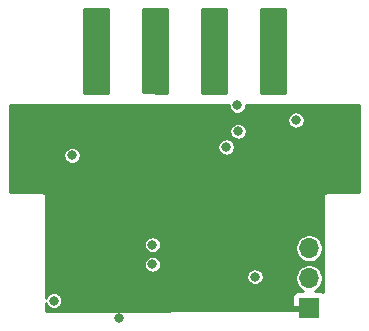
<source format=gbr>
%TF.GenerationSoftware,KiCad,Pcbnew,(5.1.12-1-10_14)*%
%TF.CreationDate,2022-02-21T12:57:33+08:00*%
%TF.ProjectId,esp32-c3_ddsu666,65737033-322d-4633-935f-646473753636,rev?*%
%TF.SameCoordinates,Original*%
%TF.FileFunction,Copper,L4,Bot*%
%TF.FilePolarity,Positive*%
%FSLAX46Y46*%
G04 Gerber Fmt 4.6, Leading zero omitted, Abs format (unit mm)*
G04 Created by KiCad (PCBNEW (5.1.12-1-10_14)) date 2022-02-21 12:57:33*
%MOMM*%
%LPD*%
G01*
G04 APERTURE LIST*
%TA.AperFunction,ComponentPad*%
%ADD10O,1.700000X1.700000*%
%TD*%
%TA.AperFunction,ComponentPad*%
%ADD11R,1.700000X1.700000*%
%TD*%
%TA.AperFunction,ComponentPad*%
%ADD12R,1.350000X1.350000*%
%TD*%
%TA.AperFunction,ViaPad*%
%ADD13C,0.800000*%
%TD*%
%TA.AperFunction,Conductor*%
%ADD14C,0.381000*%
%TD*%
%TA.AperFunction,Conductor*%
%ADD15C,0.254000*%
%TD*%
%TA.AperFunction,Conductor*%
%ADD16C,0.100000*%
%TD*%
G04 APERTURE END LIST*
D10*
%TO.P,J2,3*%
%TO.N,U0TXD*%
X125550000Y-62980000D03*
%TO.P,J2,2*%
%TO.N,U0RXD*%
X125550000Y-65520000D03*
D11*
%TO.P,J2,1*%
%TO.N,GND*%
X125550000Y-68060000D03*
%TD*%
D12*
%TO.P,J5,1*%
%TO.N,B*%
X122500000Y-49000000D03*
%TD*%
%TO.P,J4,1*%
%TO.N,A*%
X117500000Y-49000000D03*
%TD*%
%TO.P,J3,1*%
%TO.N,GND*%
X112500000Y-49000000D03*
%TD*%
%TO.P,J1,1*%
%TO.N,+5V*%
X107500000Y-49000000D03*
%TD*%
D13*
%TO.N,GND*%
X120890000Y-51150000D03*
X128720000Y-54310000D03*
X109460000Y-68920000D03*
X107700000Y-55000000D03*
X105420000Y-63920000D03*
X118340000Y-56060000D03*
%TO.N,+3V3*%
X118520000Y-54410000D03*
X120970000Y-65400000D03*
X105480000Y-55110000D03*
X103940000Y-67420000D03*
%TO.N,+5V*%
X124440000Y-52130000D03*
X119467831Y-50882169D03*
X119537169Y-53072831D03*
%TO.N,U0RXD*%
X112290000Y-62690000D03*
%TO.N,U0TXD*%
X112290000Y-64330000D03*
%TD*%
D14*
%TO.N,+5V*%
X107500000Y-49000000D02*
X107570000Y-49000000D01*
%TD*%
D15*
%TO.N,+5V*%
X108498000Y-49811282D02*
X106502000Y-49804717D01*
X106502000Y-42752000D01*
X108498001Y-42752000D01*
X108498000Y-49811282D01*
%TA.AperFunction,Conductor*%
D16*
G36*
X108498000Y-49811282D02*
G01*
X106502000Y-49804717D01*
X106502000Y-42752000D01*
X108498001Y-42752000D01*
X108498000Y-49811282D01*
G37*
%TD.AperFunction*%
%TD*%
D15*
%TO.N,GND*%
X113498000Y-49807805D02*
X111502000Y-49787575D01*
X111502000Y-42752000D01*
X113498001Y-42752000D01*
X113498000Y-49807805D01*
%TA.AperFunction,Conductor*%
D16*
G36*
X113498000Y-49807805D02*
G01*
X111502000Y-49787575D01*
X111502000Y-42752000D01*
X113498001Y-42752000D01*
X113498000Y-49807805D01*
G37*
%TD.AperFunction*%
%TD*%
D15*
%TO.N,B*%
X123498001Y-49861348D02*
X121502000Y-49854513D01*
X121502000Y-42752000D01*
X123498000Y-42752000D01*
X123498001Y-49861348D01*
%TA.AperFunction,Conductor*%
D16*
G36*
X123498001Y-49861348D02*
G01*
X121502000Y-49854513D01*
X121502000Y-42752000D01*
X123498000Y-42752000D01*
X123498001Y-49861348D01*
G37*
%TD.AperFunction*%
%TD*%
D15*
%TO.N,A*%
X118498001Y-49839526D02*
X116502000Y-49825994D01*
X116502000Y-42752000D01*
X118498000Y-42752000D01*
X118498001Y-49839526D01*
%TA.AperFunction,Conductor*%
D16*
G36*
X118498001Y-49839526D02*
G01*
X116502000Y-49825994D01*
X116502000Y-42752000D01*
X118498000Y-42752000D01*
X118498001Y-49839526D01*
G37*
%TD.AperFunction*%
%TD*%
D15*
%TO.N,GND*%
X129748001Y-58248000D02*
X127012375Y-58248000D01*
X127000000Y-58246781D01*
X126987624Y-58248000D01*
X126950599Y-58251647D01*
X126903097Y-58266056D01*
X126859319Y-58289456D01*
X126820947Y-58320947D01*
X126789456Y-58359319D01*
X126766056Y-58403097D01*
X126751647Y-58450599D01*
X126746781Y-58500000D01*
X126748000Y-58512375D01*
X126748001Y-66675992D01*
X126644180Y-66620498D01*
X126524482Y-66584188D01*
X126400000Y-66571928D01*
X126081890Y-66573660D01*
X126107519Y-66563044D01*
X126300294Y-66434236D01*
X126464236Y-66270294D01*
X126593044Y-66077519D01*
X126681769Y-65863318D01*
X126727000Y-65635924D01*
X126727000Y-65404076D01*
X126681769Y-65176682D01*
X126593044Y-64962481D01*
X126464236Y-64769706D01*
X126300294Y-64605764D01*
X126107519Y-64476956D01*
X125893318Y-64388231D01*
X125665924Y-64343000D01*
X125434076Y-64343000D01*
X125206682Y-64388231D01*
X124992481Y-64476956D01*
X124799706Y-64605764D01*
X124635764Y-64769706D01*
X124506956Y-64962481D01*
X124418231Y-65176682D01*
X124373000Y-65404076D01*
X124373000Y-65635924D01*
X124418231Y-65863318D01*
X124506956Y-66077519D01*
X124635764Y-66270294D01*
X124799706Y-66434236D01*
X124992481Y-66563044D01*
X125018110Y-66573660D01*
X124700000Y-66571928D01*
X124575518Y-66584188D01*
X124455820Y-66620498D01*
X124345506Y-66679463D01*
X124248815Y-66758815D01*
X124169463Y-66855506D01*
X124110498Y-66965820D01*
X124074188Y-67085518D01*
X124061928Y-67210000D01*
X124065000Y-67774250D01*
X124223750Y-67933000D01*
X125423000Y-67933000D01*
X125423000Y-67913000D01*
X125677000Y-67913000D01*
X125677000Y-67933000D01*
X125697000Y-67933000D01*
X125697000Y-68187000D01*
X125677000Y-68187000D01*
X125677000Y-68207000D01*
X125423000Y-68207000D01*
X125423000Y-68187000D01*
X124223750Y-68187000D01*
X124169862Y-68240888D01*
X103252000Y-68291354D01*
X103252000Y-67658764D01*
X103295741Y-67764364D01*
X103375302Y-67883436D01*
X103476564Y-67984698D01*
X103595636Y-68064259D01*
X103727942Y-68119062D01*
X103868397Y-68147000D01*
X104011603Y-68147000D01*
X104152058Y-68119062D01*
X104284364Y-68064259D01*
X104403436Y-67984698D01*
X104504698Y-67883436D01*
X104584259Y-67764364D01*
X104639062Y-67632058D01*
X104667000Y-67491603D01*
X104667000Y-67348397D01*
X104639062Y-67207942D01*
X104584259Y-67075636D01*
X104504698Y-66956564D01*
X104403436Y-66855302D01*
X104284364Y-66775741D01*
X104152058Y-66720938D01*
X104011603Y-66693000D01*
X103868397Y-66693000D01*
X103727942Y-66720938D01*
X103595636Y-66775741D01*
X103476564Y-66855302D01*
X103375302Y-66956564D01*
X103295741Y-67075636D01*
X103252000Y-67181236D01*
X103252000Y-65328397D01*
X120243000Y-65328397D01*
X120243000Y-65471603D01*
X120270938Y-65612058D01*
X120325741Y-65744364D01*
X120405302Y-65863436D01*
X120506564Y-65964698D01*
X120625636Y-66044259D01*
X120757942Y-66099062D01*
X120898397Y-66127000D01*
X121041603Y-66127000D01*
X121182058Y-66099062D01*
X121314364Y-66044259D01*
X121433436Y-65964698D01*
X121534698Y-65863436D01*
X121614259Y-65744364D01*
X121669062Y-65612058D01*
X121697000Y-65471603D01*
X121697000Y-65328397D01*
X121669062Y-65187942D01*
X121614259Y-65055636D01*
X121534698Y-64936564D01*
X121433436Y-64835302D01*
X121314364Y-64755741D01*
X121182058Y-64700938D01*
X121041603Y-64673000D01*
X120898397Y-64673000D01*
X120757942Y-64700938D01*
X120625636Y-64755741D01*
X120506564Y-64835302D01*
X120405302Y-64936564D01*
X120325741Y-65055636D01*
X120270938Y-65187942D01*
X120243000Y-65328397D01*
X103252000Y-65328397D01*
X103252000Y-64258397D01*
X111563000Y-64258397D01*
X111563000Y-64401603D01*
X111590938Y-64542058D01*
X111645741Y-64674364D01*
X111725302Y-64793436D01*
X111826564Y-64894698D01*
X111945636Y-64974259D01*
X112077942Y-65029062D01*
X112218397Y-65057000D01*
X112361603Y-65057000D01*
X112502058Y-65029062D01*
X112634364Y-64974259D01*
X112753436Y-64894698D01*
X112854698Y-64793436D01*
X112934259Y-64674364D01*
X112989062Y-64542058D01*
X113017000Y-64401603D01*
X113017000Y-64258397D01*
X112989062Y-64117942D01*
X112934259Y-63985636D01*
X112854698Y-63866564D01*
X112753436Y-63765302D01*
X112634364Y-63685741D01*
X112502058Y-63630938D01*
X112361603Y-63603000D01*
X112218397Y-63603000D01*
X112077942Y-63630938D01*
X111945636Y-63685741D01*
X111826564Y-63765302D01*
X111725302Y-63866564D01*
X111645741Y-63985636D01*
X111590938Y-64117942D01*
X111563000Y-64258397D01*
X103252000Y-64258397D01*
X103252000Y-62618397D01*
X111563000Y-62618397D01*
X111563000Y-62761603D01*
X111590938Y-62902058D01*
X111645741Y-63034364D01*
X111725302Y-63153436D01*
X111826564Y-63254698D01*
X111945636Y-63334259D01*
X112077942Y-63389062D01*
X112218397Y-63417000D01*
X112361603Y-63417000D01*
X112502058Y-63389062D01*
X112634364Y-63334259D01*
X112753436Y-63254698D01*
X112854698Y-63153436D01*
X112934259Y-63034364D01*
X112989062Y-62902058D01*
X112996617Y-62864076D01*
X124373000Y-62864076D01*
X124373000Y-63095924D01*
X124418231Y-63323318D01*
X124506956Y-63537519D01*
X124635764Y-63730294D01*
X124799706Y-63894236D01*
X124992481Y-64023044D01*
X125206682Y-64111769D01*
X125434076Y-64157000D01*
X125665924Y-64157000D01*
X125893318Y-64111769D01*
X126107519Y-64023044D01*
X126300294Y-63894236D01*
X126464236Y-63730294D01*
X126593044Y-63537519D01*
X126681769Y-63323318D01*
X126727000Y-63095924D01*
X126727000Y-62864076D01*
X126681769Y-62636682D01*
X126593044Y-62422481D01*
X126464236Y-62229706D01*
X126300294Y-62065764D01*
X126107519Y-61936956D01*
X125893318Y-61848231D01*
X125665924Y-61803000D01*
X125434076Y-61803000D01*
X125206682Y-61848231D01*
X124992481Y-61936956D01*
X124799706Y-62065764D01*
X124635764Y-62229706D01*
X124506956Y-62422481D01*
X124418231Y-62636682D01*
X124373000Y-62864076D01*
X112996617Y-62864076D01*
X113017000Y-62761603D01*
X113017000Y-62618397D01*
X112989062Y-62477942D01*
X112934259Y-62345636D01*
X112854698Y-62226564D01*
X112753436Y-62125302D01*
X112634364Y-62045741D01*
X112502058Y-61990938D01*
X112361603Y-61963000D01*
X112218397Y-61963000D01*
X112077942Y-61990938D01*
X111945636Y-62045741D01*
X111826564Y-62125302D01*
X111725302Y-62226564D01*
X111645741Y-62345636D01*
X111590938Y-62477942D01*
X111563000Y-62618397D01*
X103252000Y-62618397D01*
X103252000Y-58512375D01*
X103253219Y-58500000D01*
X103248353Y-58450599D01*
X103233944Y-58403097D01*
X103210544Y-58359319D01*
X103179053Y-58320947D01*
X103140681Y-58289456D01*
X103096903Y-58266056D01*
X103049401Y-58251647D01*
X103012376Y-58248000D01*
X103000000Y-58246781D01*
X102987625Y-58248000D01*
X100252000Y-58248000D01*
X100252000Y-55038397D01*
X104753000Y-55038397D01*
X104753000Y-55181603D01*
X104780938Y-55322058D01*
X104835741Y-55454364D01*
X104915302Y-55573436D01*
X105016564Y-55674698D01*
X105135636Y-55754259D01*
X105267942Y-55809062D01*
X105408397Y-55837000D01*
X105551603Y-55837000D01*
X105692058Y-55809062D01*
X105824364Y-55754259D01*
X105943436Y-55674698D01*
X106044698Y-55573436D01*
X106124259Y-55454364D01*
X106179062Y-55322058D01*
X106207000Y-55181603D01*
X106207000Y-55038397D01*
X106179062Y-54897942D01*
X106124259Y-54765636D01*
X106044698Y-54646564D01*
X105943436Y-54545302D01*
X105824364Y-54465741D01*
X105692058Y-54410938D01*
X105551603Y-54383000D01*
X105408397Y-54383000D01*
X105267942Y-54410938D01*
X105135636Y-54465741D01*
X105016564Y-54545302D01*
X104915302Y-54646564D01*
X104835741Y-54765636D01*
X104780938Y-54897942D01*
X104753000Y-55038397D01*
X100252000Y-55038397D01*
X100252000Y-54338397D01*
X117793000Y-54338397D01*
X117793000Y-54481603D01*
X117820938Y-54622058D01*
X117875741Y-54754364D01*
X117955302Y-54873436D01*
X118056564Y-54974698D01*
X118175636Y-55054259D01*
X118307942Y-55109062D01*
X118448397Y-55137000D01*
X118591603Y-55137000D01*
X118732058Y-55109062D01*
X118864364Y-55054259D01*
X118983436Y-54974698D01*
X119084698Y-54873436D01*
X119164259Y-54754364D01*
X119219062Y-54622058D01*
X119247000Y-54481603D01*
X119247000Y-54338397D01*
X119219062Y-54197942D01*
X119164259Y-54065636D01*
X119084698Y-53946564D01*
X118983436Y-53845302D01*
X118864364Y-53765741D01*
X118732058Y-53710938D01*
X118591603Y-53683000D01*
X118448397Y-53683000D01*
X118307942Y-53710938D01*
X118175636Y-53765741D01*
X118056564Y-53845302D01*
X117955302Y-53946564D01*
X117875741Y-54065636D01*
X117820938Y-54197942D01*
X117793000Y-54338397D01*
X100252000Y-54338397D01*
X100252000Y-53001228D01*
X118810169Y-53001228D01*
X118810169Y-53144434D01*
X118838107Y-53284889D01*
X118892910Y-53417195D01*
X118972471Y-53536267D01*
X119073733Y-53637529D01*
X119192805Y-53717090D01*
X119325111Y-53771893D01*
X119465566Y-53799831D01*
X119608772Y-53799831D01*
X119749227Y-53771893D01*
X119881533Y-53717090D01*
X120000605Y-53637529D01*
X120101867Y-53536267D01*
X120181428Y-53417195D01*
X120236231Y-53284889D01*
X120264169Y-53144434D01*
X120264169Y-53001228D01*
X120236231Y-52860773D01*
X120181428Y-52728467D01*
X120101867Y-52609395D01*
X120000605Y-52508133D01*
X119881533Y-52428572D01*
X119749227Y-52373769D01*
X119608772Y-52345831D01*
X119465566Y-52345831D01*
X119325111Y-52373769D01*
X119192805Y-52428572D01*
X119073733Y-52508133D01*
X118972471Y-52609395D01*
X118892910Y-52728467D01*
X118838107Y-52860773D01*
X118810169Y-53001228D01*
X100252000Y-53001228D01*
X100252000Y-52058397D01*
X123713000Y-52058397D01*
X123713000Y-52201603D01*
X123740938Y-52342058D01*
X123795741Y-52474364D01*
X123875302Y-52593436D01*
X123976564Y-52694698D01*
X124095636Y-52774259D01*
X124227942Y-52829062D01*
X124368397Y-52857000D01*
X124511603Y-52857000D01*
X124652058Y-52829062D01*
X124784364Y-52774259D01*
X124903436Y-52694698D01*
X125004698Y-52593436D01*
X125084259Y-52474364D01*
X125139062Y-52342058D01*
X125167000Y-52201603D01*
X125167000Y-52058397D01*
X125139062Y-51917942D01*
X125084259Y-51785636D01*
X125004698Y-51666564D01*
X124903436Y-51565302D01*
X124784364Y-51485741D01*
X124652058Y-51430938D01*
X124511603Y-51403000D01*
X124368397Y-51403000D01*
X124227942Y-51430938D01*
X124095636Y-51485741D01*
X123976564Y-51565302D01*
X123875302Y-51666564D01*
X123795741Y-51785636D01*
X123740938Y-51917942D01*
X123713000Y-52058397D01*
X100252000Y-52058397D01*
X100252000Y-50861921D01*
X118740831Y-50855756D01*
X118740831Y-50953772D01*
X118768769Y-51094227D01*
X118823572Y-51226533D01*
X118903133Y-51345605D01*
X119004395Y-51446867D01*
X119123467Y-51526428D01*
X119255773Y-51581231D01*
X119396228Y-51609169D01*
X119539434Y-51609169D01*
X119679889Y-51581231D01*
X119812195Y-51526428D01*
X119931267Y-51446867D01*
X120032529Y-51345605D01*
X120112090Y-51226533D01*
X120166893Y-51094227D01*
X120194831Y-50953772D01*
X120194831Y-50855271D01*
X129748000Y-50852085D01*
X129748001Y-58248000D01*
%TA.AperFunction,Conductor*%
D16*
G36*
X129748001Y-58248000D02*
G01*
X127012375Y-58248000D01*
X127000000Y-58246781D01*
X126987624Y-58248000D01*
X126950599Y-58251647D01*
X126903097Y-58266056D01*
X126859319Y-58289456D01*
X126820947Y-58320947D01*
X126789456Y-58359319D01*
X126766056Y-58403097D01*
X126751647Y-58450599D01*
X126746781Y-58500000D01*
X126748000Y-58512375D01*
X126748001Y-66675992D01*
X126644180Y-66620498D01*
X126524482Y-66584188D01*
X126400000Y-66571928D01*
X126081890Y-66573660D01*
X126107519Y-66563044D01*
X126300294Y-66434236D01*
X126464236Y-66270294D01*
X126593044Y-66077519D01*
X126681769Y-65863318D01*
X126727000Y-65635924D01*
X126727000Y-65404076D01*
X126681769Y-65176682D01*
X126593044Y-64962481D01*
X126464236Y-64769706D01*
X126300294Y-64605764D01*
X126107519Y-64476956D01*
X125893318Y-64388231D01*
X125665924Y-64343000D01*
X125434076Y-64343000D01*
X125206682Y-64388231D01*
X124992481Y-64476956D01*
X124799706Y-64605764D01*
X124635764Y-64769706D01*
X124506956Y-64962481D01*
X124418231Y-65176682D01*
X124373000Y-65404076D01*
X124373000Y-65635924D01*
X124418231Y-65863318D01*
X124506956Y-66077519D01*
X124635764Y-66270294D01*
X124799706Y-66434236D01*
X124992481Y-66563044D01*
X125018110Y-66573660D01*
X124700000Y-66571928D01*
X124575518Y-66584188D01*
X124455820Y-66620498D01*
X124345506Y-66679463D01*
X124248815Y-66758815D01*
X124169463Y-66855506D01*
X124110498Y-66965820D01*
X124074188Y-67085518D01*
X124061928Y-67210000D01*
X124065000Y-67774250D01*
X124223750Y-67933000D01*
X125423000Y-67933000D01*
X125423000Y-67913000D01*
X125677000Y-67913000D01*
X125677000Y-67933000D01*
X125697000Y-67933000D01*
X125697000Y-68187000D01*
X125677000Y-68187000D01*
X125677000Y-68207000D01*
X125423000Y-68207000D01*
X125423000Y-68187000D01*
X124223750Y-68187000D01*
X124169862Y-68240888D01*
X103252000Y-68291354D01*
X103252000Y-67658764D01*
X103295741Y-67764364D01*
X103375302Y-67883436D01*
X103476564Y-67984698D01*
X103595636Y-68064259D01*
X103727942Y-68119062D01*
X103868397Y-68147000D01*
X104011603Y-68147000D01*
X104152058Y-68119062D01*
X104284364Y-68064259D01*
X104403436Y-67984698D01*
X104504698Y-67883436D01*
X104584259Y-67764364D01*
X104639062Y-67632058D01*
X104667000Y-67491603D01*
X104667000Y-67348397D01*
X104639062Y-67207942D01*
X104584259Y-67075636D01*
X104504698Y-66956564D01*
X104403436Y-66855302D01*
X104284364Y-66775741D01*
X104152058Y-66720938D01*
X104011603Y-66693000D01*
X103868397Y-66693000D01*
X103727942Y-66720938D01*
X103595636Y-66775741D01*
X103476564Y-66855302D01*
X103375302Y-66956564D01*
X103295741Y-67075636D01*
X103252000Y-67181236D01*
X103252000Y-65328397D01*
X120243000Y-65328397D01*
X120243000Y-65471603D01*
X120270938Y-65612058D01*
X120325741Y-65744364D01*
X120405302Y-65863436D01*
X120506564Y-65964698D01*
X120625636Y-66044259D01*
X120757942Y-66099062D01*
X120898397Y-66127000D01*
X121041603Y-66127000D01*
X121182058Y-66099062D01*
X121314364Y-66044259D01*
X121433436Y-65964698D01*
X121534698Y-65863436D01*
X121614259Y-65744364D01*
X121669062Y-65612058D01*
X121697000Y-65471603D01*
X121697000Y-65328397D01*
X121669062Y-65187942D01*
X121614259Y-65055636D01*
X121534698Y-64936564D01*
X121433436Y-64835302D01*
X121314364Y-64755741D01*
X121182058Y-64700938D01*
X121041603Y-64673000D01*
X120898397Y-64673000D01*
X120757942Y-64700938D01*
X120625636Y-64755741D01*
X120506564Y-64835302D01*
X120405302Y-64936564D01*
X120325741Y-65055636D01*
X120270938Y-65187942D01*
X120243000Y-65328397D01*
X103252000Y-65328397D01*
X103252000Y-64258397D01*
X111563000Y-64258397D01*
X111563000Y-64401603D01*
X111590938Y-64542058D01*
X111645741Y-64674364D01*
X111725302Y-64793436D01*
X111826564Y-64894698D01*
X111945636Y-64974259D01*
X112077942Y-65029062D01*
X112218397Y-65057000D01*
X112361603Y-65057000D01*
X112502058Y-65029062D01*
X112634364Y-64974259D01*
X112753436Y-64894698D01*
X112854698Y-64793436D01*
X112934259Y-64674364D01*
X112989062Y-64542058D01*
X113017000Y-64401603D01*
X113017000Y-64258397D01*
X112989062Y-64117942D01*
X112934259Y-63985636D01*
X112854698Y-63866564D01*
X112753436Y-63765302D01*
X112634364Y-63685741D01*
X112502058Y-63630938D01*
X112361603Y-63603000D01*
X112218397Y-63603000D01*
X112077942Y-63630938D01*
X111945636Y-63685741D01*
X111826564Y-63765302D01*
X111725302Y-63866564D01*
X111645741Y-63985636D01*
X111590938Y-64117942D01*
X111563000Y-64258397D01*
X103252000Y-64258397D01*
X103252000Y-62618397D01*
X111563000Y-62618397D01*
X111563000Y-62761603D01*
X111590938Y-62902058D01*
X111645741Y-63034364D01*
X111725302Y-63153436D01*
X111826564Y-63254698D01*
X111945636Y-63334259D01*
X112077942Y-63389062D01*
X112218397Y-63417000D01*
X112361603Y-63417000D01*
X112502058Y-63389062D01*
X112634364Y-63334259D01*
X112753436Y-63254698D01*
X112854698Y-63153436D01*
X112934259Y-63034364D01*
X112989062Y-62902058D01*
X112996617Y-62864076D01*
X124373000Y-62864076D01*
X124373000Y-63095924D01*
X124418231Y-63323318D01*
X124506956Y-63537519D01*
X124635764Y-63730294D01*
X124799706Y-63894236D01*
X124992481Y-64023044D01*
X125206682Y-64111769D01*
X125434076Y-64157000D01*
X125665924Y-64157000D01*
X125893318Y-64111769D01*
X126107519Y-64023044D01*
X126300294Y-63894236D01*
X126464236Y-63730294D01*
X126593044Y-63537519D01*
X126681769Y-63323318D01*
X126727000Y-63095924D01*
X126727000Y-62864076D01*
X126681769Y-62636682D01*
X126593044Y-62422481D01*
X126464236Y-62229706D01*
X126300294Y-62065764D01*
X126107519Y-61936956D01*
X125893318Y-61848231D01*
X125665924Y-61803000D01*
X125434076Y-61803000D01*
X125206682Y-61848231D01*
X124992481Y-61936956D01*
X124799706Y-62065764D01*
X124635764Y-62229706D01*
X124506956Y-62422481D01*
X124418231Y-62636682D01*
X124373000Y-62864076D01*
X112996617Y-62864076D01*
X113017000Y-62761603D01*
X113017000Y-62618397D01*
X112989062Y-62477942D01*
X112934259Y-62345636D01*
X112854698Y-62226564D01*
X112753436Y-62125302D01*
X112634364Y-62045741D01*
X112502058Y-61990938D01*
X112361603Y-61963000D01*
X112218397Y-61963000D01*
X112077942Y-61990938D01*
X111945636Y-62045741D01*
X111826564Y-62125302D01*
X111725302Y-62226564D01*
X111645741Y-62345636D01*
X111590938Y-62477942D01*
X111563000Y-62618397D01*
X103252000Y-62618397D01*
X103252000Y-58512375D01*
X103253219Y-58500000D01*
X103248353Y-58450599D01*
X103233944Y-58403097D01*
X103210544Y-58359319D01*
X103179053Y-58320947D01*
X103140681Y-58289456D01*
X103096903Y-58266056D01*
X103049401Y-58251647D01*
X103012376Y-58248000D01*
X103000000Y-58246781D01*
X102987625Y-58248000D01*
X100252000Y-58248000D01*
X100252000Y-55038397D01*
X104753000Y-55038397D01*
X104753000Y-55181603D01*
X104780938Y-55322058D01*
X104835741Y-55454364D01*
X104915302Y-55573436D01*
X105016564Y-55674698D01*
X105135636Y-55754259D01*
X105267942Y-55809062D01*
X105408397Y-55837000D01*
X105551603Y-55837000D01*
X105692058Y-55809062D01*
X105824364Y-55754259D01*
X105943436Y-55674698D01*
X106044698Y-55573436D01*
X106124259Y-55454364D01*
X106179062Y-55322058D01*
X106207000Y-55181603D01*
X106207000Y-55038397D01*
X106179062Y-54897942D01*
X106124259Y-54765636D01*
X106044698Y-54646564D01*
X105943436Y-54545302D01*
X105824364Y-54465741D01*
X105692058Y-54410938D01*
X105551603Y-54383000D01*
X105408397Y-54383000D01*
X105267942Y-54410938D01*
X105135636Y-54465741D01*
X105016564Y-54545302D01*
X104915302Y-54646564D01*
X104835741Y-54765636D01*
X104780938Y-54897942D01*
X104753000Y-55038397D01*
X100252000Y-55038397D01*
X100252000Y-54338397D01*
X117793000Y-54338397D01*
X117793000Y-54481603D01*
X117820938Y-54622058D01*
X117875741Y-54754364D01*
X117955302Y-54873436D01*
X118056564Y-54974698D01*
X118175636Y-55054259D01*
X118307942Y-55109062D01*
X118448397Y-55137000D01*
X118591603Y-55137000D01*
X118732058Y-55109062D01*
X118864364Y-55054259D01*
X118983436Y-54974698D01*
X119084698Y-54873436D01*
X119164259Y-54754364D01*
X119219062Y-54622058D01*
X119247000Y-54481603D01*
X119247000Y-54338397D01*
X119219062Y-54197942D01*
X119164259Y-54065636D01*
X119084698Y-53946564D01*
X118983436Y-53845302D01*
X118864364Y-53765741D01*
X118732058Y-53710938D01*
X118591603Y-53683000D01*
X118448397Y-53683000D01*
X118307942Y-53710938D01*
X118175636Y-53765741D01*
X118056564Y-53845302D01*
X117955302Y-53946564D01*
X117875741Y-54065636D01*
X117820938Y-54197942D01*
X117793000Y-54338397D01*
X100252000Y-54338397D01*
X100252000Y-53001228D01*
X118810169Y-53001228D01*
X118810169Y-53144434D01*
X118838107Y-53284889D01*
X118892910Y-53417195D01*
X118972471Y-53536267D01*
X119073733Y-53637529D01*
X119192805Y-53717090D01*
X119325111Y-53771893D01*
X119465566Y-53799831D01*
X119608772Y-53799831D01*
X119749227Y-53771893D01*
X119881533Y-53717090D01*
X120000605Y-53637529D01*
X120101867Y-53536267D01*
X120181428Y-53417195D01*
X120236231Y-53284889D01*
X120264169Y-53144434D01*
X120264169Y-53001228D01*
X120236231Y-52860773D01*
X120181428Y-52728467D01*
X120101867Y-52609395D01*
X120000605Y-52508133D01*
X119881533Y-52428572D01*
X119749227Y-52373769D01*
X119608772Y-52345831D01*
X119465566Y-52345831D01*
X119325111Y-52373769D01*
X119192805Y-52428572D01*
X119073733Y-52508133D01*
X118972471Y-52609395D01*
X118892910Y-52728467D01*
X118838107Y-52860773D01*
X118810169Y-53001228D01*
X100252000Y-53001228D01*
X100252000Y-52058397D01*
X123713000Y-52058397D01*
X123713000Y-52201603D01*
X123740938Y-52342058D01*
X123795741Y-52474364D01*
X123875302Y-52593436D01*
X123976564Y-52694698D01*
X124095636Y-52774259D01*
X124227942Y-52829062D01*
X124368397Y-52857000D01*
X124511603Y-52857000D01*
X124652058Y-52829062D01*
X124784364Y-52774259D01*
X124903436Y-52694698D01*
X125004698Y-52593436D01*
X125084259Y-52474364D01*
X125139062Y-52342058D01*
X125167000Y-52201603D01*
X125167000Y-52058397D01*
X125139062Y-51917942D01*
X125084259Y-51785636D01*
X125004698Y-51666564D01*
X124903436Y-51565302D01*
X124784364Y-51485741D01*
X124652058Y-51430938D01*
X124511603Y-51403000D01*
X124368397Y-51403000D01*
X124227942Y-51430938D01*
X124095636Y-51485741D01*
X123976564Y-51565302D01*
X123875302Y-51666564D01*
X123795741Y-51785636D01*
X123740938Y-51917942D01*
X123713000Y-52058397D01*
X100252000Y-52058397D01*
X100252000Y-50861921D01*
X118740831Y-50855756D01*
X118740831Y-50953772D01*
X118768769Y-51094227D01*
X118823572Y-51226533D01*
X118903133Y-51345605D01*
X119004395Y-51446867D01*
X119123467Y-51526428D01*
X119255773Y-51581231D01*
X119396228Y-51609169D01*
X119539434Y-51609169D01*
X119679889Y-51581231D01*
X119812195Y-51526428D01*
X119931267Y-51446867D01*
X120032529Y-51345605D01*
X120112090Y-51226533D01*
X120166893Y-51094227D01*
X120194831Y-50953772D01*
X120194831Y-50855271D01*
X129748000Y-50852085D01*
X129748001Y-58248000D01*
G37*
%TD.AperFunction*%
%TD*%
M02*

</source>
